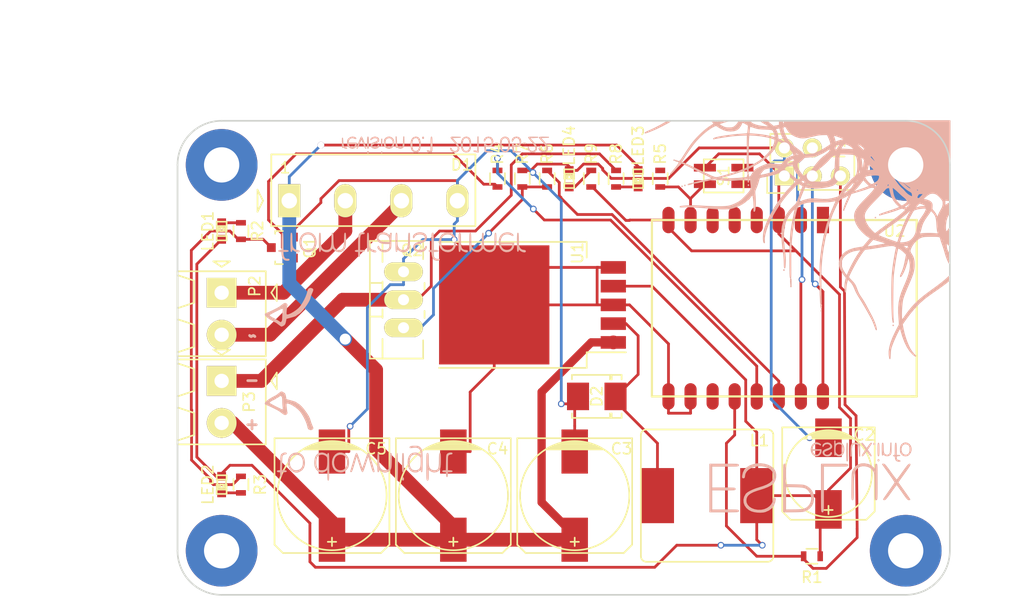
<source format=kicad_pcb>
(kicad_pcb (version 20171130) (host pcbnew "(5.1.12)-1")
  (title_block (title ESPLux) (date "Friday, May 22, 2015") (rev 0.1) (company esplux.info) (comment 1 pretenda))
  (layers (0 F.Cu signal) (31 B.Cu signal) (34 B.Paste user) (35 F.Paste user) (36 B.SilkS user) (37 F.SilkS user) (38 B.Mask user) (39 F.Mask user) (44 Edge.Cuts user))
  (net 0 "")
  (net 1 +3V3)
  (net 2 "Net-(LED4-Pad2)")
  (net 3 "Net-(D2-Pad1)")
  (net 4 Earth)
  (net 5 +12V)
  (net 6 "Net-(LED1-Pad1)")
  (net 7 "Net-(LED2-Pad1)")
  (net 8 "Net-(LED3-Pad1)")
  (net 9 /TX)
  (net 10 /RX)
  (net 11 /GPIO0)
  (net 12 "Net-(Q1-Pad2)")
  (net 13 "Net-(Q1-Pad3)")
  (net 14 "Net-(Q2-PadG)")
  (net 15 /Identify)
  (net 16 /WifiReset)
  (net 17 "Net-(R5-Pad2)")
  (net 18 /OutLogic)
  (net 19 "Net-(U2-Pad1)")
  (net 20 "Net-(U2-Pad2)")
  (net 21 "Net-(U2-Pad4)")
  (net 22 "Net-(U2-Pad5)")
  (net 23 "Net-(U2-Pad6)")
  (net 24 "Net-(U2-Pad11)")
  (net 25 "Net-(D1-Pad2)")
  (net 26 "Net-(D1-Pad4)")
  (net 27 "Net-(P3-Pad1)")
  (module Resistors_SMD:R_0603 (layer F.Cu) (at 102.5 81.25 90)
    (fp_text reference R9 (at 2.25 0 90) (layer F.SilkS))
    (fp_text value 100)
    (pad 1 smd rect (at -0.75 0 90) (size 0.5 0.9) (layers F.Cu F.Paste F.Mask) (net 1 +3V3))
    (pad 2 smd rect (at 0.75 0 90) (size 0.5 0.9) (layers F.Cu F.Paste F.Mask) (net 2 "Net-(LED4-Pad2)"))
  )
  (module SMD_Packages:TO-263-5 (layer F.Cu) (at 104.5 92.6993 90)
    (fp_text reference U1 (at 4.69926 -3.25 90) (layer F.SilkS))
    (fp_text value LM2596S-3.3)
    (pad 2 smd rect (at -1.69926 0 90) (size 1.143 2.286) (layers F.Cu F.Paste F.Mask) (net 3 "Net-(D2-Pad1)"))
    (pad 3 smd rect (at 0 -10.795 90) (size 10.80008 9.99998) (layers F.Cu F.Paste F.Mask) (net 4 Earth))
    (pad 4 smd rect (at 1.69926 0 90) (size 1.143 2.286) (layers F.Cu F.Paste F.Mask) (net 1 +3V3))
    (pad 3 smd rect (at 0 0 90) (size 1.143 2.286) (layers F.Cu F.Paste F.Mask) (net 4 Earth))
    (pad 1 smd rect (at -3.40106 0 90) (size 1.143 2.286) (layers F.Cu F.Paste F.Mask) (net 5 +12V))
    (pad 5 smd rect (at 3.40106 0 90) (size 1.143 2.286) (layers F.Cu F.Paste F.Mask) (net 4 Earth))
  )
  (module Capacitors_SMD:c_elec_8x10 (layer F.Cu) (at 124 108 270)
    (fp_text reference C2 (at -3.5 -3.25) (layer F.SilkS))
    (fp_text value 220uf)
    (pad 1 smd rect (at 3.2512 0 270) (size 3.50012 2.4003) (layers F.Cu F.Paste F.Mask) (net 1 +3V3))
    (pad 2 smd rect (at -3.2512 0 270) (size 3.50012 2.4003) (layers F.Cu F.Paste F.Mask) (net 4 Earth))
  )
  (module Capacitors_SMD:c_elec_10x10 (layer F.Cu) (at 101 110 270)
    (fp_text reference C3 (at -4.25 -4.25) (layer F.SilkS))
    (fp_text value 330uf)
    (pad 1 smd rect (at 4.0005 0 270) (size 4.0005 2.4003) (layers F.Cu F.Paste F.Mask) (net 5 +12V))
    (pad 2 smd rect (at -4.0005 0 270) (size 4.0005 2.4003) (layers F.Cu F.Paste F.Mask) (net 4 Earth))
  )
  (module Capacitors_SMD:c_elec_10x10 (layer F.Cu) (at 90 110 270)
    (fp_text reference C4 (at -4.25 -4) (layer F.SilkS))
    (fp_text value 330uf)
    (pad 1 smd rect (at 4.0005 0 270) (size 4.0005 2.4003) (layers F.Cu F.Paste F.Mask) (net 5 +12V))
    (pad 2 smd rect (at -4.0005 0 270) (size 4.0005 2.4003) (layers F.Cu F.Paste F.Mask) (net 4 Earth))
  )
  (module Capacitors_SMD:c_elec_10x10 (layer F.Cu) (at 79 110 270)
    (fp_text reference C5 (at -4.25 -4) (layer F.SilkS))
    (fp_text value 330uf)
    (pad 1 smd rect (at 4.0005 0 270) (size 4.0005 2.4003) (layers F.Cu F.Paste F.Mask) (net 5 +12V))
    (pad 2 smd rect (at -4.0005 0 270) (size 4.0005 2.4003) (layers F.Cu F.Paste F.Mask) (net 4 Earth))
  )
  (module Diodes_SMD:Diode-DO-214BA (layer F.Cu) (at 103 101 180)
    (fp_text reference D2 (at 0 0 270) (layer F.SilkS))
    (fp_text value MBRS130L)
    (pad 2 smd rect (at 1.7 0 180) (size 2 2.5) (layers F.Cu F.Paste F.Mask) (net 4 Earth))
    (pad 1 smd rect (at -1.7 0 180) (size 2 2.5) (layers F.Cu F.Paste F.Mask) (net 3 "Net-(D2-Pad1)"))
  )
  (module LEDs:LED-0603 (layer F.Cu) (at 69 86 270)
    (fp_text reference LED1 (at 0 1.25 270) (layer F.SilkS))
    (fp_text value LED)
    (pad 2 smd rect (at 0.7493 0 90) (size 0.79756 0.79756) (layers F.Cu F.Paste F.Mask) (net 1 +3V3))
    (pad 1 smd rect (at -0.7493 0 90) (size 0.79756 0.79756) (layers F.Cu F.Paste F.Mask) (net 6 "Net-(LED1-Pad1)"))
  )
  (module LEDs:LED-0603 (layer F.Cu) (at 69 109 90)
    (fp_text reference LED2 (at 0 -1.25 90) (layer F.SilkS))
    (fp_text value LED)
    (pad 2 smd rect (at 0.7493 0 270) (size 0.79756 0.79756) (layers F.Cu F.Paste F.Mask) (net 1 +3V3))
    (pad 1 smd rect (at -0.7493 0 270) (size 0.79756 0.79756) (layers F.Cu F.Paste F.Mask) (net 7 "Net-(LED2-Pad1)"))
  )
  (module LEDs:LED-0603 (layer F.Cu) (at 106.75 81.25 90)
    (fp_text reference LED3 (at 3 0 90) (layer F.SilkS))
    (fp_text value LED)
    (pad 2 smd rect (at 0.7493 0 270) (size 0.79756 0.79756) (layers F.Cu F.Paste F.Mask) (net 5 +12V))
    (pad 1 smd rect (at -0.7493 0 270) (size 0.79756 0.79756) (layers F.Cu F.Paste F.Mask) (net 8 "Net-(LED3-Pad1)"))
  )
  (module LEDs:LED-0603 (layer F.Cu) (at 100.5 81.25 270)
    (fp_text reference LED4 (at -3 0 270) (layer F.SilkS))
    (fp_text value LED)
    (pad 2 smd rect (at 0.7493 0 90) (size 0.79756 0.79756) (layers F.Cu F.Paste F.Mask) (net 2 "Net-(LED4-Pad2)"))
    (pad 1 smd rect (at -0.7493 0 90) (size 0.79756 0.79756) (layers F.Cu F.Paste F.Mask) (net 4 Earth))
  )
  (module Transistors_TO-220:TO-220_FET-GDS_Vertical_LargePads (layer F.Cu) (at 85.485 92.231 90)
    (fp_text reference Q2 (at 4.480999 0.765 180) (layer F.SilkS))
    (fp_text value MOSFET_N)
    (pad D thru_hole oval (at 0 0 180) (size 3.50012 1.69926) (drill 1.00076) (layers *.Cu *.Mask F.SilkS) (net 27 "Net-(P3-Pad1)"))
    (pad G thru_hole oval (at -2.54 0 180) (size 3.50012 1.69926) (drill 1.00076) (layers *.Cu *.Mask F.SilkS) (net 14 "Net-(Q2-PadG)"))
    (pad S thru_hole oval (at 2.54 0 180) (size 3.50012 1.69926) (drill 1.00076) (layers *.Cu *.Mask F.SilkS) (net 4 Earth))
  )
  (module Resistors_SMD:R_0603 (layer F.Cu) (at 122.5 115.5 180)
    (fp_text reference R1 (at 0 -1.9 180) (layer F.SilkS))
    (fp_text value 10k)
    (pad 1 smd rect (at -0.75 0 180) (size 0.5 0.9) (layers F.Cu F.Paste F.Mask) (net 1 +3V3))
    (pad 2 smd rect (at 0.75 0 180) (size 0.5 0.9) (layers F.Cu F.Paste F.Mask) (net 11 /GPIO0))
  )
  (module Resistors_SMD:R_0603 (layer F.Cu) (at 70.75 86 270)
    (fp_text reference R2 (at 0 -1.5 270) (layer F.SilkS))
    (fp_text value 100)
    (pad 1 smd rect (at -0.75 0 270) (size 0.5 0.9) (layers F.Cu F.Paste F.Mask) (net 6 "Net-(LED1-Pad1)"))
    (pad 2 smd rect (at 0.75 0 270) (size 0.5 0.9) (layers F.Cu F.Paste F.Mask) (net 13 "Net-(Q1-Pad3)"))
  )
  (module Resistors_SMD:R_0603 (layer F.Cu) (at 70.75 109 90)
    (fp_text reference R3 (at 0 1.75 90) (layer F.SilkS))
    (fp_text value 100)
    (pad 1 smd rect (at -0.75 0 90) (size 0.5 0.9) (layers F.Cu F.Paste F.Mask) (net 7 "Net-(LED2-Pad1)"))
    (pad 2 smd rect (at 0.75 0 90) (size 0.5 0.9) (layers F.Cu F.Paste F.Mask) (net 13 "Net-(Q1-Pad3)"))
  )
  (module Resistors_SMD:R_0603 (layer F.Cu) (at 94 81.25 270)
    (fp_text reference R4 (at -2.25 0 270) (layer F.SilkS))
    (fp_text value 510)
    (pad 1 smd rect (at -0.75 0 270) (size 0.5 0.9) (layers F.Cu F.Paste F.Mask) (net 15 /Identify))
    (pad 2 smd rect (at 0.75 0 270) (size 0.5 0.9) (layers F.Cu F.Paste F.Mask) (net 12 "Net-(Q1-Pad2)"))
  )
  (module Resistors_SMD:R_0603 (layer F.Cu) (at 108.75 81.25 90)
    (fp_text reference R5 (at 2.25 0 90) (layer F.SilkS))
    (fp_text value 10k)
    (pad 1 smd rect (at -0.75 0 90) (size 0.5 0.9) (layers F.Cu F.Paste F.Mask) (net 16 /WifiReset))
    (pad 2 smd rect (at 0.75 0 90) (size 0.5 0.9) (layers F.Cu F.Paste F.Mask) (net 17 "Net-(R5-Pad2)"))
  )
  (module Resistors_SMD:R_0603 (layer F.Cu) (at 98.5 81.25 90)
    (fp_text reference R6 (at 2.25 0 90) (layer F.SilkS))
    (fp_text value 100)
    (pad 1 smd rect (at -0.75 0 90) (size 0.5 0.9) (layers F.Cu F.Paste F.Mask) (net 14 "Net-(Q2-PadG)"))
    (pad 2 smd rect (at 0.75 0 90) (size 0.5 0.9) (layers F.Cu F.Paste F.Mask) (net 18 /OutLogic))
  )
  (module Resistors_SMD:R_0603 (layer F.Cu) (at 96.25 81.25 90)
    (fp_text reference R7 (at 2.25 0 90) (layer F.SilkS))
    (fp_text value 10k)
    (pad 1 smd rect (at -0.75 0 90) (size 0.5 0.9) (layers F.Cu F.Paste F.Mask) (net 14 "Net-(Q2-PadG)"))
    (pad 2 smd rect (at 0.75 0 90) (size 0.5 0.9) (layers F.Cu F.Paste F.Mask) (net 4 Earth))
  )
  (module Resistors_SMD:R_0603 (layer F.Cu) (at 104.75 81.25 90)
    (fp_text reference R8 (at 2.25 0 90) (layer F.SilkS))
    (fp_text value 1k)
    (pad 1 smd rect (at -0.75 0 90) (size 0.5 0.9) (layers F.Cu F.Paste F.Mask) (net 8 "Net-(LED3-Pad1)"))
    (pad 2 smd rect (at 0.75 0 90) (size 0.5 0.9) (layers F.Cu F.Paste F.Mask) (net 27 "Net-(P3-Pad1)"))
  )
  (module Parts:SMD_Tact (layer F.Cu) (at 114.5 81 270)
    (fp_text reference S1 (at 0 0 270) (layer F.SilkS))
    (fp_text value SW_PUSH)
    (pad 4 smd rect (at -0.75 -1.7 270) (size 0.7 2) (layers F.Cu F.Paste F.Mask))
    (pad 3 smd rect (at 0.75 -1.7 270) (size 0.7 2) (layers F.Cu F.Paste F.Mask))
    (pad 2 smd rect (at 0.75 1.7 270) (size 0.7 2) (layers F.Cu F.Paste F.Mask) (net 16 /WifiReset))
    (pad 1 smd rect (at -0.75 1.7 270) (size 0.7 2) (layers F.Cu F.Paste F.Mask) (net 1 +3V3))
  )
  (module ESP8266:ESP-12 (layer F.Cu) (at 123.5 85 270)
    (fp_text reference U2 (at 1 -6.5) (layer F.SilkS))
    (fp_text value ESP-12)
    (pad 1 smd rect (at 0 0 270) (size 2.4 1.1) (layers F.Cu F.Paste F.Mask) (net 19 "Net-(U2-Pad1)"))
    (pad 2 smd oval (at 0 2 270) (size 2.4 1.1) (layers F.Cu F.Paste F.Mask) (net 20 "Net-(U2-Pad2)"))
    (pad 3 smd oval (at 0 4 270) (size 2.4 1.1) (layers F.Cu F.Paste F.Mask) (net 1 +3V3))
    (pad 4 smd oval (at 0 6 270) (size 2.4 1.1) (layers F.Cu F.Paste F.Mask) (net 21 "Net-(U2-Pad4)"))
    (pad 5 smd oval (at 0 8 270) (size 2.4 1.1) (layers F.Cu F.Paste F.Mask) (net 22 "Net-(U2-Pad5)"))
    (pad 6 smd oval (at 0 10 270) (size 2.4 1.1) (layers F.Cu F.Paste F.Mask) (net 23 "Net-(U2-Pad6)"))
    (pad 7 smd oval (at 0 12 270) (size 2.4 1.1) (layers F.Cu F.Paste F.Mask) (net 16 /WifiReset))
    (pad 8 smd oval (at 0 14 270) (size 2.4 1.1) (layers F.Cu F.Paste F.Mask) (net 1 +3V3))
    (pad 9 smd oval (at 16 14 270) (size 2.4 1.1) (layers F.Cu F.Paste F.Mask) (net 4 Earth))
    (pad 10 smd oval (at 16 12 270) (size 2.4 1.1) (layers F.Cu F.Paste F.Mask) (net 4 Earth))
    (pad 11 smd oval (at 16 10 270) (size 2.4 1.1) (layers F.Cu F.Paste F.Mask) (net 24 "Net-(U2-Pad11)"))
    (pad 12 smd oval (at 16 8 270) (size 2.4 1.1) (layers F.Cu F.Paste F.Mask) (net 11 /GPIO0))
    (pad 13 smd oval (at 16 6 270) (size 2.4 1.1) (layers F.Cu F.Paste F.Mask) (net 15 /Identify))
    (pad 14 smd oval (at 16 4 270) (size 2.4 1.1) (layers F.Cu F.Paste F.Mask) (net 18 /OutLogic))
    (pad 15 smd oval (at 16 2 270) (size 2.4 1.1) (layers F.Cu F.Paste F.Mask) (net 10 /RX))
    (pad 16 smd oval (at 16 0 270) (size 2.4 1.1) (layers F.Cu F.Paste F.Mask) (net 9 /TX))
  )
  (module Mounting_Holes:MountingHole_3mm (layer F.Cu) (at 131 80)
    (fp_text reference REF**_4 hide)
    (fp_text value MountingHole_3mm)
    (pad 1 thru_hole circle (at 0 0) (size 6.5 6.5) (drill 3.2) (layers *.Cu *.Mask))
  )
  (module Mounting_Holes:MountingHole_3mm (layer F.Cu) (at 69 80)
    (fp_text reference REF**_3 hide)
    (fp_text value MountingHole_3mm)
    (pad 1 thru_hole circle (at 0 0) (size 6.5 6.5) (drill 3.2) (layers *.Cu *.Mask))
  )
  (module Mounting_Holes:MountingHole_3mm (layer F.Cu) (at 69 115)
    (fp_text reference REF**_2 hide)
    (fp_text value MountingHole_3mm)
    (pad 1 thru_hole circle (at 0 0) (size 6.5 6.5) (drill 3.2) (layers *.Cu *.Mask))
  )
  (module Mounting_Holes:MountingHole_3mm (layer F.Cu) (at 131 115)
    (fp_text reference REF** hide)
    (fp_text value MountingHole_3mm)
    (pad 1 thru_hole circle (at 0 0) (size 6.5 6.5) (drill 3.2) (layers *.Cu *.Mask))
  )
  (module Parts:KBL (layer F.Cu) (at 82.75 83.25 180)
    (fp_text reference D1 (at -8 3.25 180) (layer F.SilkS))
    (fp_text value BRIDGE)
    (fp_text user 1 (at 8 3 180) (layer F.SilkS))
    (pad 2 thru_hole oval (at 2.54 0 180) (size 2 3) (drill 1.4) (layers *.Cu *.Mask F.SilkS) (net 25 "Net-(D1-Pad2)"))
    (pad 4 thru_hole oval (at -2.54 0 180) (size 2 3) (drill 1.4) (layers *.Cu *.Mask F.SilkS) (net 26 "Net-(D1-Pad4)"))
    (pad 1 thru_hole oval (at -7.62 0 180) (size 2 3) (drill 1.4) (layers *.Cu *.Mask F.SilkS) (net 4 Earth))
    (pad 3 thru_hole rect (at 7.62 0 180) (size 2 3) (drill 1.4) (layers *.Cu *.Mask F.SilkS) (net 5 +12V))
  )
  (module Parts:Inductor (layer F.Cu) (at 113 110 90)
    (fp_text reference L1 (at 5 4.75 180) (layer F.SilkS))
    (fp_text value 22uH)
    (pad 2 smd rect (at 0 4.5 90) (size 5 3) (layers F.Cu F.Paste F.Mask) (net 1 +3V3))
    (pad 1 smd rect (at 0 -4.5 90) (size 5 3) (layers F.Cu F.Paste F.Mask) (net 3 "Net-(D2-Pad1)"))
  )
  (module Parts:3.81mmScrewTerminal (layer F.Cu) (at 69 93.5 90)
    (fp_text reference P2 (at 2.5 3 90) (layer F.SilkS))
    (fp_text value CONN_01X02)
    (pad 2 thru_hole circle (at -1.905 0 90) (size 2.7 2.7) (drill 1.3) (layers *.Cu *.Mask F.SilkS) (net 26 "Net-(D1-Pad4)"))
    (pad 1 thru_hole rect (at 1.905 0 90) (size 2.7 2.7) (drill 1.3) (layers *.Cu *.Mask F.SilkS) (net 25 "Net-(D1-Pad2)"))
  )
  (module Parts:3.81mmScrewTerminal (layer F.Cu) (at 69 101.5 90)
    (fp_text reference P3 (at 0 2.5 90) (layer F.SilkS))
    (fp_text value CONN_01X02)
    (pad 2 thru_hole circle (at -1.905 0 90) (size 2.7 2.7) (drill 1.3) (layers *.Cu *.Mask F.SilkS) (net 5 +12V))
    (pad 1 thru_hole rect (at 1.905 0 90) (size 2.7 2.7) (drill 1.3) (layers *.Cu *.Mask F.SilkS) (net 27 "Net-(P3-Pad1)"))
  )
  (module Parts:SOT-23 (layer F.Cu) (at 74.5 87.5 90)
    (fp_text reference Q1 (at 0 2.5 90) (layer F.SilkS))
    (fp_text value NPN)
    (pad 2 smd rect (at -0.95 1.00076 90) (size 0.8001 0.8001) (layers F.Cu F.Paste F.Mask) (net 12 "Net-(Q1-Pad2)"))
    (pad 1 smd rect (at 0.95 1.00076 90) (size 0.8001 0.8001) (layers F.Cu F.Paste F.Mask) (net 4 Earth))
    (pad 3 smd rect (at 0 -0.99822 90) (size 0.8001 0.8001) (layers F.Cu F.Paste F.Mask) (net 13 "Net-(Q1-Pad3)"))
  )
  (module Parts:5PinHeader (layer F.Cu) (at 120 81 90)
    (fp_text reference P1 (at 2.5 5 270) (layer F.SilkS))
    (fp_text value CONN_02X03)
    (pad 1 thru_hole rect (at 0 0 90) (size 1.7272 1.7272) (drill 1.016) (layers *.Cu *.Mask F.SilkS) (net 1 +3V3))
    (pad 2 thru_hole oval (at 2.54 0 90) (size 1.7272 1.7272) (drill 1.016) (layers *.Cu *.Mask F.SilkS) (net 4 Earth))
    (pad 3 thru_hole oval (at 0 2.54 90) (size 1.7272 1.7272) (drill 1.016) (layers *.Cu *.Mask F.SilkS) (net 9 /TX))
    (pad 4 thru_hole oval (at 2.54 2.54 90) (size 1.7272 1.7272) (drill 1.016) (layers *.Cu *.Mask F.SilkS) (net 10 /RX))
    (pad 5 thru_hole oval (at 0 5.08 90) (size 1.7272 1.7272) (drill 1.016) (layers *.Cu *.Mask F.SilkS) (net 11 /GPIO0))
  )
  (module Parts:BackArt (layer B.Cu) (at 100 97.5 180)
    (fp_text reference G*** hide)
    (fp_text value LOGO hide)
  )
  (gr_line (start 132 101) (end 131.5 101) (angle 90) (layer F.SilkS) (width 0.20066))
  (gr_line (start 132 85) (end 132 101) (angle 90) (layer F.SilkS) (width 0.20066))
  (gr_line (start 108 101) (end 131.75 101) (angle 90) (layer F.SilkS) (width 0.20066))
  (gr_line (start 108 85) (end 108 101) (angle 90) (layer F.SilkS) (width 0.20066))
  (gr_line (start 132 85) (end 108 85) (angle 90) (layer F.SilkS) (width 0.20066))
  (gr_line (start 65 115) (end 65 80) (angle 90) (layer Edge.Cuts) (width 0.14986))
  (gr_line (start 131 119) (end 69 119) (angle 90) (layer Edge.Cuts) (width 0.14986))
  (gr_line (start 135 80) (end 135 115) (angle 90) (layer Edge.Cuts) (width 0.14986))
  (gr_line (start 69 76) (end 131 76) (angle 90) (layer Edge.Cuts) (width 0.14986))
  (gr_text ~ (at 71.75 95.5) (layer B.SilkS) (effects (font (size 1.00076 1.00076) (thickness 0.25019)) (justify mirror)))
  (gr_text - (at 71.75 99.5) (layer B.SilkS) (effects (font (size 1.00076 1.00076) (thickness 0.25019)) (justify mirror)))
  (gr_text + (at 71.75 103.5) (layer B.SilkS) (effects (font (size 1.00076 1.00076) (thickness 0.25019)) (justify mirror)))
  (gr_arc (start 69 80) (end 65 80) (angle 90) (layer Edge.Cuts) (width 0.14986))
  (gr_arc (start 131 80) (end 131 76) (angle 90) (layer Edge.Cuts) (width 0.14986))
  (gr_arc (start 131 115) (end 135 115) (angle 90) (layer Edge.Cuts) (width 0.14986))
  (gr_arc (start 69 115) (end 69 119) (angle 90) (layer Edge.Cuts) (width 0.14986))
  (segment (start 123.625 111.626) (end 123.6252 111.626) (width 0.25) (layer F.Cu) (net 1))
  (segment (start 123.6252 111.626) (end 124 111.2512) (width 0.25) (layer F.Cu) (net 1))
  (segment (start 123.625 111.626) (end 124 111.251) (width 0.25) (layer F.Cu) (net 1))
  (segment (start 123.25 115.5) (end 123.25 112.001) (width 0.25) (layer F.Cu) (net 1))
  (segment (start 123.25 112.001) (end 123.625 111.626) (width 0.25) (layer F.Cu) (net 1))
  (segment (start 105.4 91) (end 104.5 91) (width 0.25) (layer F.Cu) (net 1))
  (segment (start 105.5 91) (end 105.4 91) (width 0.25) (layer F.Cu) (net 1))
  (segment (start 105.4 91) (end 104.5 91) (width 0.25) (layer F.Cu) (net 1))
  (segment (start 105.5 91) (end 105.4 91) (width 0.25) (layer F.Cu) (net 1))
  (segment (start 117.5 110) (end 117.5 104.25) (width 0.25) (layer F.Cu) (net 1))
  (segment (start 117.5 104.25) (end 116.5 103.25) (width 0.25) (layer F.Cu) (net 1))
  (segment (start 116.5 103.25) (end 116.5 99.5) (width 0.25) (layer F.Cu) (net 1))
  (segment (start 116.5 99.5) (end 108 91) (width 0.25) (layer F.Cu) (net 1))
  (segment (start 108 91) (end 105.5 91) (width 0.25) (layer F.Cu) (net 1))
  (segment (start 69 108.2507) (end 69 108) (width 0.25) (layer F.Cu) (net 1))
  (segment (start 69 108) (end 69.75 107.25) (width 0.25) (layer F.Cu) (net 1))
  (segment (start 69.75 107.25) (end 71.75 107.25) (width 0.25) (layer F.Cu) (net 1))
  (segment (start 71.75 107.25) (end 77 112.5) (width 0.25) (layer F.Cu) (net 1))
  (segment (start 77 112.5) (end 77 116) (width 0.25) (layer F.Cu) (net 1))
  (segment (start 77 116) (end 77.5 116.5) (width 0.25) (layer F.Cu) (net 1))
  (segment (start 77.5 116.5) (end 108.25 116.5) (width 0.25) (layer F.Cu) (net 1))
  (segment (start 108.25 116.5) (end 110.25 114.5) (width 0.25) (layer F.Cu) (net 1))
  (segment (start 110.25 114.5) (end 114.25 114.5) (width 0.25) (layer F.Cu) (net 1))
  (segment (start 118 114.5) (end 117.5 114) (width 0.25) (layer F.Cu) (net 1))
  (segment (start 117.5 114) (end 117.5 110) (width 0.25) (layer F.Cu) (net 1))
  (segment (start 114.25 114.5) (end 118 114.5) (width 0.25) (layer B.Cu) (net 1))
  (segment (start 117.5 110) (end 122.749 110) (width 0.25) (layer F.Cu) (net 1))
  (segment (start 122.749 110) (end 124 111.251) (width 0.25) (layer F.Cu) (net 1))
  (segment (start 124 111.251) (end 124 109.5) (width 0.25) (layer F.Cu) (net 1))
  (segment (start 124 109.5) (end 126 107.5) (width 0.25) (layer F.Cu) (net 1))
  (segment (start 126 107.5) (end 126 103) (width 0.25) (layer F.Cu) (net 1))
  (segment (start 126 103) (end 125 102) (width 0.25) (layer F.Cu) (net 1))
  (segment (start 125 102) (end 125 91.75) (width 0.25) (layer F.Cu) (net 1))
  (segment (start 125 91.75) (end 121.05 87.8) (width 0.25) (layer F.Cu) (net 1))
  (segment (start 121.05 87.8) (end 119.5 86.25) (width 0.25) (layer F.Cu) (net 1))
  (segment (start 119.5 86.25) (end 119.5 85) (width 0.25) (layer F.Cu) (net 1))
  (segment (start 119.5 85) (end 119.5 81.5) (width 0.25) (layer F.Cu) (net 1))
  (segment (start 119.5 81.5) (end 120 81) (width 0.25) (layer F.Cu) (net 1))
  (segment (start 120 81) (end 119.75 81) (width 0.25) (layer F.Cu) (net 1))
  (segment (start 119.75 81) (end 117.75 79) (width 0.25) (layer F.Cu) (net 1))
  (segment (start 117.75 79) (end 114.05 79) (width 0.25) (layer F.Cu) (net 1))
  (segment (start 114.05 79) (end 112.8 80.25) (width 0.25) (layer F.Cu) (net 1))
  (segment (start 112.8 80.25) (end 113.5 80.25) (width 0.25) (layer F.Cu) (net 1))
  (segment (start 69 86.7493) (end 69 86.75) (width 0.25) (layer F.Cu) (net 1))
  (segment (start 69 86.75) (end 66.75 89) (width 0.25) (layer F.Cu) (net 1))
  (segment (start 66.75 89) (end 66.75 106.5) (width 0.25) (layer F.Cu) (net 1))
  (segment (start 66.75 106.5) (end 68.5007 108.251) (width 0.25) (layer F.Cu) (net 1))
  (segment (start 68.5007 108.251) (end 69 108.251) (width 0.25) (layer F.Cu) (net 1))
  (segment (start 69 108.251) (end 69 108.2507) (width 0.25) (layer F.Cu) (net 1))
  (segment (start 104.5 91) (end 105.4 91) (width 0.25) (layer F.Cu) (net 1))
  (segment (start 109.5 85) (end 106 85) (width 0.25) (layer F.Cu) (net 1))
  (segment (start 106 85) (end 105.961 85.0386) (width 0.25) (layer F.Cu) (net 1))
  (segment (start 105.961 85.0386) (end 105.639 85.0386) (width 0.25) (layer F.Cu) (net 1))
  (segment (start 105.639 85.0386) (end 102.6 82) (width 0.25) (layer F.Cu) (net 1))
  (segment (start 102.6 82) (end 102.5 82) (width 0.25) (layer F.Cu) (net 1))
  (segment (start 109.5 85) (end 109.5 85.7) (width 0.25) (layer F.Cu) (net 1))
  (segment (start 109.5 85.7) (end 111.6 87.8) (width 0.25) (layer F.Cu) (net 1))
  (segment (start 111.6 87.8) (end 121.05 87.8) (width 0.25) (layer F.Cu) (net 1))
  (via (at 118 114.5) (size 0.6) (layers F.Cu B.Cu) (net 1))
  (via (at 114.25 114.5) (size 0.6) (layers F.Cu B.Cu) (net 1))
  (segment (start 100.5 81.9993) (end 101.001 81.9993) (width 0.25) (layer F.Cu) (net 2))
  (segment (start 101.001 81.9993) (end 102.5 80.5) (width 0.25) (layer F.Cu) (net 2))
  (segment (start 104.5001 94.3985) (end 104.5 94.3986) (width 0.25) (layer F.Cu) (net 3))
  (segment (start 104.7 101) (end 104.75 101) (width 0.25) (layer F.Cu) (net 3))
  (segment (start 104.75 101) (end 106.75 99) (width 0.25) (layer F.Cu) (net 3))
  (segment (start 106.75 99) (end 106.75 95.5) (width 0.25) (layer F.Cu) (net 3))
  (segment (start 106.75 95.5) (end 105.649 94.3985) (width 0.25) (layer F.Cu) (net 3))
  (segment (start 105.649 94.3985) (end 104.5001 94.3985) (width 0.25) (layer F.Cu) (net 3))
  (segment (start 104.5001 94.3985) (end 104.5 94.3985) (width 0.25) (layer F.Cu) (net 3))
  (segment (start 104.7 101) (end 104.7 101.45) (width 0.25) (layer F.Cu) (net 3))
  (segment (start 104.7 101.45) (end 108.5 105.25) (width 0.25) (layer F.Cu) (net 3))
  (segment (start 108.5 105.25) (end 108.5 110) (width 0.25) (layer F.Cu) (net 3))
  (segment (start 90.0771 86.7758) (end 87.2255 86.7758) (width 0.25) (layer B.Cu) (net 4))
  (segment (start 87.2255 86.7758) (end 85.485 88.5163) (width 0.25) (layer B.Cu) (net 4))
  (segment (start 90.37 85.0751) (end 90.0771 85.368) (width 0.25) (layer B.Cu) (net 4))
  (segment (start 90.0771 85.368) (end 90.0771 86.7758) (width 0.25) (layer B.Cu) (net 4))
  (segment (start 103.0319 89.2982) (end 92.5995 89.2982) (width 0.25) (layer F.Cu) (net 4))
  (segment (start 92.5995 89.2982) (end 90.0771 86.7758) (width 0.25) (layer F.Cu) (net 4))
  (segment (start 103.1445 89.2982) (end 103.0319 89.2982) (width 0.25) (layer F.Cu) (net 4))
  (segment (start 104.5 89.2982) (end 103.1445 89.2982) (width 0.25) (layer F.Cu) (net 4))
  (segment (start 103.0319 92.6993) (end 93.705 92.6993) (width 0.25) (layer F.Cu) (net 4))
  (segment (start 103.1445 92.6993) (end 103.0319 92.6993) (width 0.25) (layer F.Cu) (net 4))
  (segment (start 104.5 92.6993) (end 103.1445 92.6993) (width 0.25) (layer F.Cu) (net 4))
  (segment (start 103.0319 89.2982) (end 103.0319 92.6993) (width 0.25) (layer F.Cu) (net 4))
  (segment (start 122.4748 104.7488) (end 122.2869 104.7488) (width 0.25) (layer F.Cu) (net 4))
  (segment (start 120 79.6487) (end 119.1085 79.6487) (width 0.25) (layer B.Cu) (net 4))
  (segment (start 119.1085 79.6487) (end 118.8112 79.946) (width 0.25) (layer B.Cu) (net 4))
  (segment (start 118.8112 79.946) (end 118.8112 101.2731) (width 0.25) (layer B.Cu) (net 4))
  (segment (start 118.8112 101.2731) (end 122.2869 104.7488) (width 0.25) (layer B.Cu) (net 4))
  (segment (start 124 104.7488) (end 122.4748 104.7488) (width 0.25) (layer F.Cu) (net 4))
  (segment (start 120 78.46) (end 120 79.6487) (width 0.25) (layer B.Cu) (net 4))
  (segment (start 101 101.675) (end 99.7827 101.675) (width 0.25) (layer F.Cu) (net 4))
  (segment (start 101.3 101) (end 101.3 101.375) (width 0.25) (layer F.Cu) (net 4))
  (segment (start 101.3 101.375) (end 101 101.675) (width 0.25) (layer F.Cu) (net 4))
  (segment (start 101 101.675) (end 101 103.6742) (width 0.25) (layer F.Cu) (net 4))
  (segment (start 97.2119 80.6868) (end 99.7827 83.2576) (width 0.25) (layer B.Cu) (net 4))
  (segment (start 99.7827 83.2576) (end 99.7827 101.675) (width 0.25) (layer B.Cu) (net 4))
  (segment (start 93.705 92.6993) (end 93.705 98.4244) (width 0.25) (layer F.Cu) (net 4))
  (segment (start 90 105.9995) (end 91.5253 105.9995) (width 0.25) (layer F.Cu) (net 4))
  (segment (start 91.5253 105.9995) (end 91.5253 100.6041) (width 0.25) (layer F.Cu) (net 4))
  (segment (start 91.5253 100.6041) (end 93.705 98.4244) (width 0.25) (layer F.Cu) (net 4))
  (segment (start 85.485 89.691) (end 85.485 90.8657) (width 0.25) (layer B.Cu) (net 4))
  (segment (start 79 105.9995) (end 80.5253 105.9995) (width 0.25) (layer F.Cu) (net 4))
  (segment (start 80.5253 105.9995) (end 80.5253 103.8263) (width 0.25) (layer F.Cu) (net 4))
  (segment (start 80.5253 103.8263) (end 80.6426 103.709) (width 0.25) (layer F.Cu) (net 4))
  (segment (start 85.485 90.8657) (end 84.2715 90.8657) (width 0.25) (layer B.Cu) (net 4))
  (segment (start 84.2715 90.8657) (end 82.2074 92.9298) (width 0.25) (layer B.Cu) (net 4))
  (segment (start 82.2074 92.9298) (end 82.2074 102.1442) (width 0.25) (layer B.Cu) (net 4))
  (segment (start 82.2074 102.1442) (end 80.6426 103.709) (width 0.25) (layer B.Cu) (net 4))
  (segment (start 101 105.9995) (end 101 103.6742) (width 0.25) (layer F.Cu) (net 4))
  (segment (start 100.8507 80.5007) (end 100.2748 79.9248) (width 0.25) (layer F.Cu) (net 4))
  (segment (start 100.2748 79.9248) (end 97.6003 79.9248) (width 0.25) (layer F.Cu) (net 4))
  (segment (start 97.6003 79.9248) (end 97.0251 80.5) (width 0.25) (layer F.Cu) (net 4))
  (segment (start 100.862 80.5007) (end 101.2239 80.5007) (width 0.25) (layer F.Cu) (net 4))
  (segment (start 100.5 80.5007) (end 100.8507 80.5007) (width 0.25) (layer F.Cu) (net 4))
  (segment (start 100.862 80.5007) (end 100.8507 80.5007) (width 0.25) (layer F.Cu) (net 4))
  (segment (start 90.37 83.25) (end 90.37 81.4249) (width 0.25) (layer B.Cu) (net 4))
  (segment (start 97.2119 80.6868) (end 97.0251 80.5) (width 0.25) (layer F.Cu) (net 4))
  (segment (start 90.37 81.4249) (end 93.0792 78.7157) (width 0.25) (layer B.Cu) (net 4))
  (segment (start 93.0792 78.7157) (end 95.2408 78.7157) (width 0.25) (layer B.Cu) (net 4))
  (segment (start 95.2408 78.7157) (end 97.2119 80.6868) (width 0.25) (layer B.Cu) (net 4))
  (segment (start 96.25 80.5) (end 97.0251 80.5) (width 0.25) (layer F.Cu) (net 4))
  (segment (start 90.37 84.1625) (end 90.37 83.25) (width 0.25) (layer B.Cu) (net 4))
  (segment (start 90.37 84.1625) (end 90.37 85.0751) (width 0.25) (layer B.Cu) (net 4))
  (segment (start 104.5 92.6993) (end 105.9681 92.6993) (width 0.25) (layer F.Cu) (net 4))
  (segment (start 109.5 101) (end 109.5 96.2312) (width 0.25) (layer F.Cu) (net 4))
  (segment (start 109.5 96.2312) (end 105.9681 92.6993) (width 0.25) (layer F.Cu) (net 4))
  (segment (start 109.5 101.7625) (end 109.5 101) (width 0.25) (layer F.Cu) (net 4))
  (segment (start 109.5 101.7625) (end 109.5 102.5251) (width 0.25) (layer F.Cu) (net 4))
  (segment (start 111.5 101) (end 111.5 102.5251) (width 0.25) (layer F.Cu) (net 4))
  (segment (start 111.5 102.5251) (end 109.5 102.5251) (width 0.25) (layer F.Cu) (net 4))
  (segment (start 85.485 89.691) (end 85.485 88.5163) (width 0.25) (layer B.Cu) (net 4))
  (segment (start 90.37 83.25) (end 90.37 81.4249) (width 0.25) (layer F.Cu) (net 4))
  (segment (start 75.5008 86.55) (end 75.5008 85.8248) (width 0.25) (layer F.Cu) (net 4))
  (segment (start 75.5008 85.8248) (end 75.5914 85.8248) (width 0.25) (layer F.Cu) (net 4))
  (segment (start 75.5914 85.8248) (end 77.9922 83.424) (width 0.25) (layer F.Cu) (net 4))
  (segment (start 77.9922 83.424) (end 77.9922 83.0708) (width 0.25) (layer F.Cu) (net 4))
  (segment (start 77.9922 83.0708) (end 79.6381 81.4249) (width 0.25) (layer F.Cu) (net 4))
  (segment (start 79.6381 81.4249) (end 90.37 81.4249) (width 0.25) (layer F.Cu) (net 4))
  (segment (start 120 78.46) (end 112.2767 78.46) (width 0.25) (layer F.Cu) (net 4))
  (segment (start 112.2767 78.46) (end 109.512 81.2247) (width 0.25) (layer F.Cu) (net 4))
  (segment (start 109.512 81.2247) (end 104.3077 81.2247) (width 0.25) (layer F.Cu) (net 4))
  (segment (start 104.3077 81.2247) (end 103.5381 80.4551) (width 0.25) (layer F.Cu) (net 4))
  (segment (start 103.5381 80.4551) (end 103.5381 80.3224) (width 0.25) (layer F.Cu) (net 4))
  (segment (start 103.5381 80.3224) (end 103.1405 79.9248) (width 0.25) (layer F.Cu) (net 4))
  (segment (start 103.1405 79.9248) (end 101.7998 79.9248) (width 0.25) (layer F.Cu) (net 4))
  (segment (start 101.7998 79.9248) (end 101.2239 80.5007) (width 0.25) (layer F.Cu) (net 4))
  (via (at 90.0771 86.7758) (size 0.6) (layers F.Cu B.Cu) (net 4))
  (via (at 122.2869 104.7488) (size 0.6) (layers F.Cu B.Cu) (net 4))
  (via (at 99.7827 101.675) (size 0.6) (layers F.Cu B.Cu) (net 4))
  (via (at 80.6426 103.709) (size 0.6) (layers F.Cu B.Cu) (net 4))
  (via (at 97.2119 80.6868) (size 0.6) (layers F.Cu B.Cu) (net 4))
  (segment (start 101 114.0005) (end 101 114) (width 1.25) (layer F.Cu) (net 5))
  (segment (start 90 114.0005) (end 90 114) (width 1.25) (layer F.Cu) (net 5))
  (segment (start 79 114) (end 79 112.4) (width 1.25) (layer F.Cu) (net 5))
  (segment (start 79 112.4) (end 70.005 103.405) (width 1.25) (layer F.Cu) (net 5))
  (segment (start 70.005 103.405) (end 69 103.405) (width 1.25) (layer F.Cu) (net 5))
  (segment (start 90 114) (end 79 114) (width 1.25) (layer F.Cu) (net 5))
  (segment (start 79 114.0005) (end 79 114) (width 1.25) (layer F.Cu) (net 5))
  (segment (start 104.4999 96.1003) (end 104.5 96.1004) (width 1.25) (layer F.Cu) (net 5))
  (segment (start 104.4999 96.1003) (end 104.5 96.1003) (width 0.75) (layer F.Cu) (net 5))
  (segment (start 101 114) (end 101 113.6) (width 0.75) (layer F.Cu) (net 5))
  (segment (start 101 113.6) (end 98 110.6) (width 0.75) (layer F.Cu) (net 5))
  (segment (start 98 110.6) (end 98 100.6) (width 0.75) (layer F.Cu) (net 5))
  (segment (start 98 100.6) (end 102.5 96.1003) (width 0.75) (layer F.Cu) (net 5))
  (segment (start 102.5 96.1003) (end 104.4999 96.1003) (width 0.75) (layer F.Cu) (net 5))
  (segment (start 106.75 80.5007) (end 106.75 80.15) (width 0.25) (layer F.Cu) (net 5))
  (segment (start 106.75 80.15) (end 104.8 78.2) (width 0.25) (layer F.Cu) (net 5))
  (segment (start 104.8 78.2) (end 78 78.2) (width 0.25) (layer F.Cu) (net 5))
  (segment (start 78 78.2) (end 75.13 81.07) (width 0.25) (layer B.Cu) (net 5))
  (segment (start 75.13 81.07) (end 75.13 83.25) (width 0.25) (layer B.Cu) (net 5))
  (segment (start 101 114) (end 90 114) (width 1.25) (layer F.Cu) (net 5))
  (segment (start 90 114) (end 90 112.8) (width 1.25) (layer F.Cu) (net 5))
  (segment (start 90 112.8) (end 83 105.8) (width 1.25) (layer F.Cu) (net 5))
  (segment (start 83 105.8) (end 83 98.6) (width 1.25) (layer F.Cu) (net 5))
  (segment (start 83 98.6) (end 80.2 95.8) (width 1.25) (layer F.Cu) (net 5))
  (segment (start 80.2 95.8) (end 75.13 90.73) (width 1.25) (layer B.Cu) (net 5))
  (segment (start 75.13 90.73) (end 75.13 83.25) (width 1.25) (layer B.Cu) (net 5))
  (via (at 78 78.2) (size 0.6) (drill 1) (layers F.Cu B.Cu) (net 5))
  (via (at 80.2 95.8) (size 1.2) (drill 1) (layers F.Cu B.Cu) (net 5))
  (segment (start 70.75 85.25) (end 69.0007 85.25) (width 0.25) (layer F.Cu) (net 6))
  (segment (start 69.0007 85.25) (end 69 85.2507) (width 0.25) (layer F.Cu) (net 6))
  (segment (start 69.0003 109.749) (end 69 109.7493) (width 0.25) (layer F.Cu) (net 7))
  (segment (start 69.0003 109.749) (end 70.7493 109.749) (width 0.25) (layer F.Cu) (net 7))
  (segment (start 70.7493 109.749) (end 70.75 109.75) (width 0.25) (layer F.Cu) (net 7))
  (segment (start 69 109.749) (end 69.0003 109.749) (width 0.25) (layer F.Cu) (net 7))
  (segment (start 104.75 82) (end 106.749 82) (width 0.25) (layer F.Cu) (net 8))
  (segment (start 106.749 82) (end 106.75 81.9993) (width 0.25) (layer F.Cu) (net 8))
  (segment (start 123 91) (end 123.4 91.4) (width 0.25) (layer F.Cu) (net 9))
  (segment (start 122.8 90.8) (end 123 91) (width 0.25) (layer F.Cu) (net 9))
  (segment (start 123.4 91.4) (end 123 91) (width 0.25) (layer F.Cu) (net 9))
  (segment (start 123.5 101) (end 123.5 91.5) (width 0.25) (layer F.Cu) (net 9))
  (segment (start 123.5 91.5) (end 123.4 91.4) (width 0.25) (layer F.Cu) (net 9))
  (segment (start 122.54 81) (end 122.54 90.54) (width 0.25) (layer B.Cu) (net 9))
  (segment (start 122.54 90.54) (end 122.8 90.8) (width 0.25) (layer B.Cu) (net 9))
  (via (at 122.8 90.8) (size 0.6) (layers F.Cu B.Cu) (net 9))
  (segment (start 121.6 90.4) (end 121.6 83.6) (width 0.25) (layer B.Cu) (net 10))
  (segment (start 121.6 83.6) (end 121.2 83.2) (width 0.25) (layer B.Cu) (net 10))
  (segment (start 121.2 83.2) (end 121.2 79.8) (width 0.25) (layer B.Cu) (net 10))
  (segment (start 121.2 79.8) (end 122.54 78.46) (width 0.25) (layer B.Cu) (net 10))
  (segment (start 121.5 101) (end 121.5 90.5) (width 0.25) (layer F.Cu) (net 10))
  (segment (start 121.5 90.5) (end 121.6 90.4) (width 0.25) (layer F.Cu) (net 10))
  (via (at 121.6 90.4) (size 0.6) (layers F.Cu B.Cu) (net 10))
  (segment (start 121.75 115.5) (end 117.5 115.5) (width 0.25) (layer F.Cu) (net 11))
  (segment (start 117.5 115.5) (end 114.75 112.75) (width 0.25) (layer F.Cu) (net 11))
  (segment (start 114.75 112.75) (end 114.75 105.25) (width 0.25) (layer F.Cu) (net 11))
  (segment (start 114.75 105.25) (end 115.5 104.5) (width 0.25) (layer F.Cu) (net 11))
  (segment (start 115.5 104.5) (end 115.5 101) (width 0.25) (layer F.Cu) (net 11))
  (segment (start 125.08 81) (end 125.08 91.08) (width 0.25) (layer F.Cu) (net 11))
  (segment (start 125.08 91.08) (end 125.45 91.45) (width 0.25) (layer F.Cu) (net 11))
  (segment (start 125.45 91.45) (end 125.5 101.75) (width 0.25) (layer F.Cu) (net 11))
  (segment (start 125.5 101.75) (end 126.5 102.75) (width 0.25) (layer F.Cu) (net 11))
  (segment (start 126.5 102.75) (end 126.6 113) (width 0.25) (layer F.Cu) (net 11))
  (segment (start 126.6 113) (end 126.6 113.8) (width 0.25) (layer F.Cu) (net 11))
  (segment (start 126.6 113.8) (end 123.8 116.6) (width 0.25) (layer F.Cu) (net 11))
  (segment (start 123.8 116.6) (end 122.6 116.6) (width 0.25) (layer F.Cu) (net 11))
  (segment (start 122.6 116.6) (end 121.75 115.75) (width 0.25) (layer F.Cu) (net 11))
  (segment (start 121.75 115.75) (end 121.75 115.5) (width 0.25) (layer F.Cu) (net 11))
  (segment (start 75.5008 88.45) (end 75.45 88.45) (width 0.25) (layer F.Cu) (net 12))
  (segment (start 75.45 88.45) (end 74.5 87.5) (width 0.25) (layer F.Cu) (net 12))
  (segment (start 74.5 87.5) (end 74.5 86.25) (width 0.25) (layer F.Cu) (net 12))
  (segment (start 74.5 86.25) (end 73.25 85) (width 0.25) (layer F.Cu) (net 12))
  (segment (start 73.25 85) (end 73.25 81.5) (width 0.25) (layer F.Cu) (net 12))
  (segment (start 73.25 81.5) (end 75.75 79) (width 0.25) (layer F.Cu) (net 12))
  (segment (start 75.75 79) (end 90 79) (width 0.25) (layer F.Cu) (net 12))
  (segment (start 90 79) (end 92.75 81.75) (width 0.25) (layer F.Cu) (net 12))
  (segment (start 92.75 81.75) (end 93.75 81.75) (width 0.25) (layer F.Cu) (net 12))
  (segment (start 93.75 81.75) (end 94 82) (width 0.25) (layer F.Cu) (net 12))
  (segment (start 66.275 102.225) (end 66.3 102.25) (width 0.25) (layer F.Cu) (net 13))
  (segment (start 70.75 86.75) (end 70.5 86.75) (width 0.25) (layer F.Cu) (net 13))
  (segment (start 70.5 86.75) (end 69.75 86) (width 0.25) (layer F.Cu) (net 13))
  (segment (start 69.75 86) (end 68 86) (width 0.25) (layer F.Cu) (net 13))
  (segment (start 68 86) (end 66.25 87.75) (width 0.25) (layer F.Cu) (net 13))
  (segment (start 66.25 87.75) (end 66.25 102.2) (width 0.25) (layer F.Cu) (net 13))
  (segment (start 66.25 102.2) (end 66.275 102.225) (width 0.25) (layer F.Cu) (net 13))
  (segment (start 70.75 86.75) (end 72.7518 86.75) (width 0.25) (layer F.Cu) (net 13))
  (segment (start 72.7518 86.75) (end 73.5018 87.5) (width 0.25) (layer F.Cu) (net 13))
  (segment (start 66.275 102.225) (end 66.275 106.775) (width 0.25) (layer F.Cu) (net 13))
  (segment (start 66.275 106.775) (end 68 108.5) (width 0.25) (layer F.Cu) (net 13))
  (segment (start 68 108.5) (end 68 108.75) (width 0.25) (layer F.Cu) (net 13))
  (segment (start 68 108.75) (end 68.25 109) (width 0.25) (layer F.Cu) (net 13))
  (segment (start 68.25 109) (end 70 109) (width 0.25) (layer F.Cu) (net 13))
  (segment (start 70 109) (end 70.75 108.25) (width 0.25) (layer F.Cu) (net 13))
  (segment (start 98.5 82) (end 96.25 82) (width 0.25) (layer F.Cu) (net 14))
  (segment (start 93.2 86.2) (end 88.2 91.2) (width 0.25) (layer B.Cu) (net 14))
  (segment (start 88.2 91.2) (end 88.2 93.6) (width 0.25) (layer B.Cu) (net 14))
  (segment (start 88.2 93.6) (end 87.029 94.771) (width 0.25) (layer B.Cu) (net 14))
  (segment (start 87.029 94.771) (end 85.485 94.771) (width 0.25) (layer B.Cu) (net 14))
  (segment (start 96.25 82) (end 96.25 83.15) (width 0.25) (layer F.Cu) (net 14))
  (segment (start 96.25 83.15) (end 93.2 86.2) (width 0.25) (layer F.Cu) (net 14))
  (via (at 93.2 86.2) (size 0.6) (layers F.Cu B.Cu) (net 14))
  (segment (start 97.25 84) (end 94 80.75) (width 0.25) (layer B.Cu) (net 15))
  (segment (start 94 80.75) (end 94 79.4) (width 0.25) (layer B.Cu) (net 15))
  (segment (start 94 79.4) (end 94 80.5) (width 0.25) (layer F.Cu) (net 15))
  (segment (start 117.5 101) (end 117.5 98.25) (width 0.25) (layer F.Cu) (net 15))
  (segment (start 117.5 98.25) (end 104.25 85) (width 0.25) (layer F.Cu) (net 15))
  (segment (start 104.25 85) (end 98.25 85) (width 0.25) (layer F.Cu) (net 15))
  (segment (start 98.25 85) (end 97.25 84) (width 0.25) (layer F.Cu) (net 15))
  (via (at 94 79.4) (size 0.6) (layers F.Cu B.Cu) (net 15))
  (via (at 97.25 84) (size 0.6) (layers F.Cu B.Cu) (net 15))
  (segment (start 111.5 83.05) (end 112.8 81.75) (width 0.25) (layer F.Cu) (net 16))
  (segment (start 111.5 85) (end 111.5 83.05) (width 0.25) (layer F.Cu) (net 16))
  (segment (start 111.5 83.05) (end 111.45 83.05) (width 0.25) (layer F.Cu) (net 16))
  (segment (start 111.45 83.05) (end 110.4 82) (width 0.25) (layer F.Cu) (net 16))
  (segment (start 110.4 82) (end 108.75 82) (width 0.25) (layer F.Cu) (net 16))
  (segment (start 119.5 101) (end 119.5 99.6136) (width 0.25) (layer F.Cu) (net 18))
  (segment (start 119.5 99.6136) (end 104.386 84.5) (width 0.25) (layer F.Cu) (net 18))
  (segment (start 104.386 84.5) (end 101.25 84.5) (width 0.25) (layer F.Cu) (net 18))
  (segment (start 101.25 84.5) (end 99.75 83) (width 0.25) (layer F.Cu) (net 18))
  (segment (start 99.75 83) (end 99.75 82.95) (width 0.25) (layer F.Cu) (net 18))
  (segment (start 99.75 82.95) (end 99.6 82.8) (width 0.25) (layer F.Cu) (net 18))
  (segment (start 99.6 82.8) (end 99.6 81.6) (width 0.25) (layer F.Cu) (net 18))
  (segment (start 99.6 81.6) (end 98.5 80.5) (width 0.25) (layer F.Cu) (net 18))
  (segment (start 69 91.595) (end 74.605 91.595) (width 1.25) (layer F.Cu) (net 25))
  (segment (start 74.605 91.595) (end 80.21 85.99) (width 1.25) (layer F.Cu) (net 25))
  (segment (start 80.21 85.99) (end 80.21 83.25) (width 1.25) (layer F.Cu) (net 25))
  (segment (start 85.29 83.25) (end 85.29 83.51) (width 1.25) (layer F.Cu) (net 26))
  (segment (start 85.29 83.51) (end 73.395 95.405) (width 1.25) (layer F.Cu) (net 26))
  (segment (start 73.395 95.405) (end 69 95.405) (width 1.25) (layer F.Cu) (net 26))
  (segment (start 104.75 80.5) (end 103.25 79) (width 0.25) (layer F.Cu) (net 27))
  (segment (start 103.25 79) (end 96.25 79) (width 0.25) (layer F.Cu) (net 27))
  (segment (start 96.25 79) (end 95.25 80) (width 0.25) (layer F.Cu) (net 27))
  (segment (start 95.25 80) (end 95.25 82.75) (width 0.25) (layer F.Cu) (net 27))
  (segment (start 95.25 82.75) (end 92 86) (width 0.25) (layer F.Cu) (net 27))
  (segment (start 92 86) (end 88.75 86) (width 0.25) (layer F.Cu) (net 27))
  (segment (start 88.75 86) (end 88 86.75) (width 0.25) (layer F.Cu) (net 27))
  (segment (start 88 86.75) (end 88 91) (width 0.25) (layer F.Cu) (net 27))
  (segment (start 88 91) (end 86.769 92.231) (width 0.25) (layer F.Cu) (net 27))
  (segment (start 86.769 92.231) (end 85.485 92.231) (width 0.25) (layer F.Cu) (net 27))
  (segment (start 69 99.595) (end 72.605 99.595) (width 1.25) (layer F.Cu) (net 27))
  (segment (start 72.605 99.595) (end 79.969 92.231) (width 1.25) (layer F.Cu) (net 27))
  (segment (start 79.969 92.231) (end 85.485 92.231) (width 1.25) (layer F.Cu) (net 27))
)
</source>
